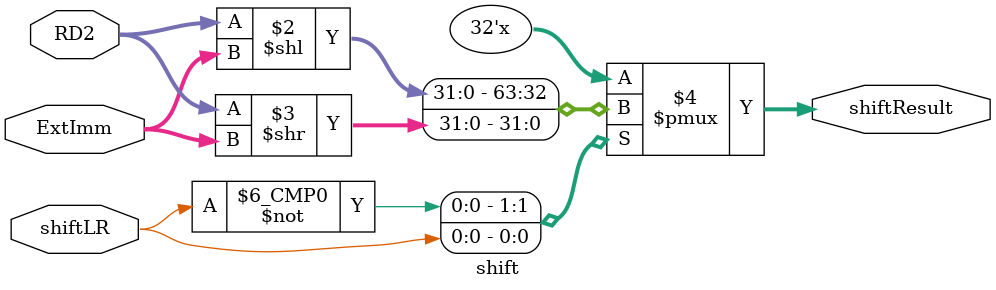
<source format=v>
module shift
	#(parameter W =32)
	( input wire [W-1:0] RD2, ExtImm,
	  input wire shiftLR,
	  output reg [W-1:0] shiftResult);
	  
	 always @(*)
	 begin
		case(shiftLR)
			1'b0: shiftResult =  RD2 << ExtImm;//shift left
			1'b1: shiftResult =  RD2 >> ExtImm;//shift right
			default: shiftResult = RD2;
		endcase
	 end
endmodule 
</source>
